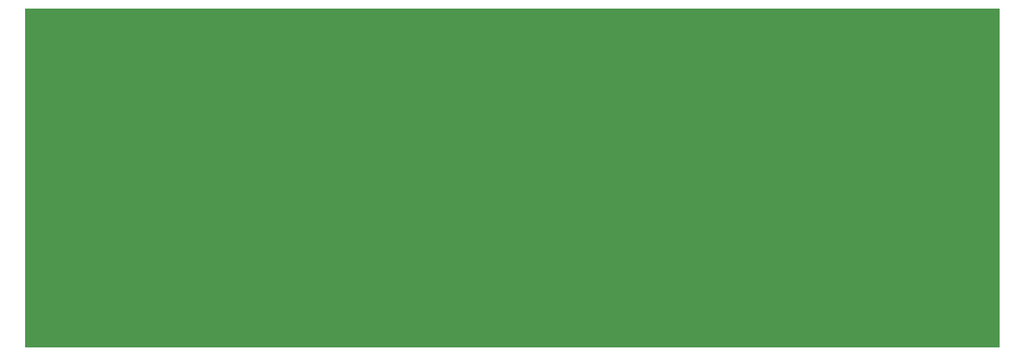
<source format=gbs>
G04 #@! TF.GenerationSoftware,KiCad,Pcbnew,(5.1.5-0)*
G04 #@! TF.CreationDate,2021-02-07T07:37:12-07:00*
G04 #@! TF.ProjectId,back_v4,6261636b-5f76-4342-9e6b-696361645f70,rev?*
G04 #@! TF.SameCoordinates,Original*
G04 #@! TF.FileFunction,Soldermask,Bot*
G04 #@! TF.FilePolarity,Negative*
%FSLAX46Y46*%
G04 Gerber Fmt 4.6, Leading zero omitted, Abs format (unit mm)*
G04 Created by KiCad (PCBNEW (5.1.5-0)) date 2021-02-07 07:37:12*
%MOMM*%
%LPD*%
G04 APERTURE LIST*
%ADD10C,0.100000*%
G04 APERTURE END LIST*
D10*
G36*
X207338451Y-130000000D02*
G01*
X92338451Y-130000000D01*
X92338451Y-90000000D01*
X207338451Y-90000000D01*
X207338451Y-130000000D01*
G37*
M02*

</source>
